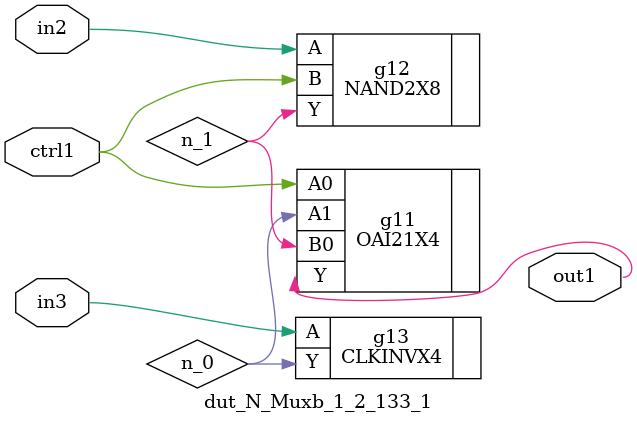
<source format=v>
`timescale 1ps / 1ps


module dut_N_Muxb_1_2_133_1(in3, in2, ctrl1, out1);
  input in3, in2, ctrl1;
  output out1;
  wire in3, in2, ctrl1;
  wire out1;
  wire n_0, n_1;
  OAI21X4 g11(.A0 (ctrl1), .A1 (n_0), .B0 (n_1), .Y (out1));
  NAND2X8 g12(.A (in2), .B (ctrl1), .Y (n_1));
  CLKINVX4 g13(.A (in3), .Y (n_0));
endmodule



</source>
